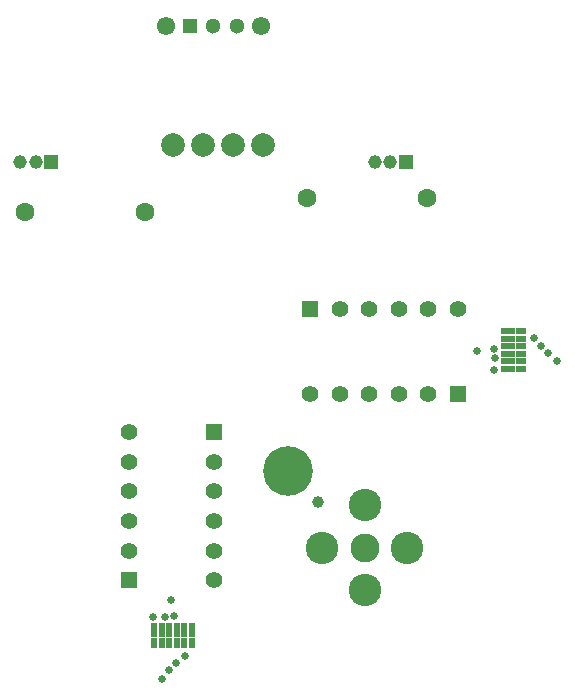
<source format=gbr>
%TF.GenerationSoftware,Altium Limited,Altium Designer,22.7.1 (60)*%
G04 Layer_Color=8388736*
%FSLAX45Y45*%
%MOMM*%
%TF.SameCoordinates,2E8CAF61-F9F5-4988-A97D-765C0E49F6B8*%
%TF.FilePolarity,Negative*%
%TF.FileFunction,Soldermask,Top*%
%TF.Part,Single*%
G01*
G75*
%TA.AperFunction,ComponentPad*%
%ADD23C,1.40000*%
%ADD25C,1.55000*%
%ADD26C,1.30000*%
%ADD27R,1.30000X1.30000*%
%ADD28R,1.40000X1.40000*%
%ADD29R,1.40000X1.40000*%
%ADD32R,1.15000X1.15000*%
%ADD33C,1.15000*%
%ADD41C,1.60320*%
%ADD42C,2.00320*%
%ADD43C,2.45320*%
%ADD44C,2.75320*%
%TA.AperFunction,ViaPad*%
%ADD45C,0.65320*%
%ADD46C,4.20320*%
%ADD47C,1.00320*%
%TA.AperFunction,SMDPad,CuDef*%
%ADD51R,0.58420X0.96520*%
%ADD52R,0.58420X1.21920*%
%ADD53R,0.96520X0.58420*%
%ADD54R,1.21920X0.58420*%
D23*
X-9309Y-1040616D02*
D03*
Y-1290616D02*
D03*
Y-1540616D02*
D03*
Y-1790616D02*
D03*
Y-2040616D02*
D03*
X-731625Y-1790615D02*
D03*
X-731624Y-1540616D02*
D03*
Y-1290616D02*
D03*
Y-1040616D02*
D03*
Y-790616D02*
D03*
X1053316Y257391D02*
D03*
X1303316D02*
D03*
X1553316D02*
D03*
X1803316Y257390D02*
D03*
X2053316Y257391D02*
D03*
X1803315Y-464925D02*
D03*
X1553316Y-464924D02*
D03*
X1303316Y-464925D02*
D03*
X1053316Y-464924D02*
D03*
X803316Y-464924D02*
D03*
D25*
X384100Y2654301D02*
D03*
X-415900Y2654300D02*
D03*
D26*
X184100Y2654300D02*
D03*
X-15900Y2654300D02*
D03*
D27*
X-215900D02*
D03*
D28*
X-9309Y-790616D02*
D03*
X-731624Y-2040616D02*
D03*
D29*
X803316Y257391D02*
D03*
X2053316Y-464925D02*
D03*
D32*
X-1389621Y1502263D02*
D03*
X1610379D02*
D03*
D33*
X-1519621Y1502263D02*
D03*
X-1649621D02*
D03*
X1350380D02*
D03*
X1480379Y1502263D02*
D03*
D41*
X774700Y1193800D02*
D03*
X1790700D02*
D03*
X-1612900Y1076849D02*
D03*
X-596900D02*
D03*
D42*
X-355600Y1643874D02*
D03*
X-101600Y1643874D02*
D03*
X152400Y1643874D02*
D03*
X406400D02*
D03*
D43*
X1263614Y-1766751D02*
D03*
D44*
X904403Y-1766751D02*
D03*
X1263615Y-2125962D02*
D03*
X1622826Y-1766753D02*
D03*
X1263615Y-1407541D02*
D03*
D45*
X-452917Y-2882234D02*
D03*
X-329059Y-2743579D02*
D03*
X-526255Y-2349743D02*
D03*
X-354067Y-2343814D02*
D03*
X-260454Y-2684559D02*
D03*
X-388248Y-2804960D02*
D03*
X2894934Y-186217D02*
D03*
X2756279Y-62359D02*
D03*
X2362444Y-259555D02*
D03*
X2356514Y-87367D02*
D03*
X2697259Y6246D02*
D03*
X2817660Y-121548D02*
D03*
X-423593Y-2354872D02*
D03*
X-371691Y-2205656D02*
D03*
X2367573Y-156893D02*
D03*
X2218356Y-104991D02*
D03*
D46*
X615379Y-1113638D02*
D03*
D47*
X869379Y-1380337D02*
D03*
D51*
X-519167Y-2576600D02*
D03*
X-455668D02*
D03*
X-392167Y-2576601D02*
D03*
X-328667Y-2576600D02*
D03*
X-265167D02*
D03*
X-201667D02*
D03*
D52*
X-519167Y-2462300D02*
D03*
X-455667D02*
D03*
X-392167Y-2462300D02*
D03*
X-328667Y-2462300D02*
D03*
X-265168Y-2462300D02*
D03*
X-201667Y-2462300D02*
D03*
D53*
X2589301Y-252467D02*
D03*
X2589300Y-188967D02*
D03*
Y-125467D02*
D03*
X2589301Y-61967D02*
D03*
Y1533D02*
D03*
Y65032D02*
D03*
D54*
X2475000Y-252467D02*
D03*
Y-188967D02*
D03*
X2475000Y-125467D02*
D03*
X2475000Y-61967D02*
D03*
X2475000Y1532D02*
D03*
X2475000Y65033D02*
D03*
%TF.MD5,62d5352a2e19d5ae14434010094e550c*%
M02*

</source>
